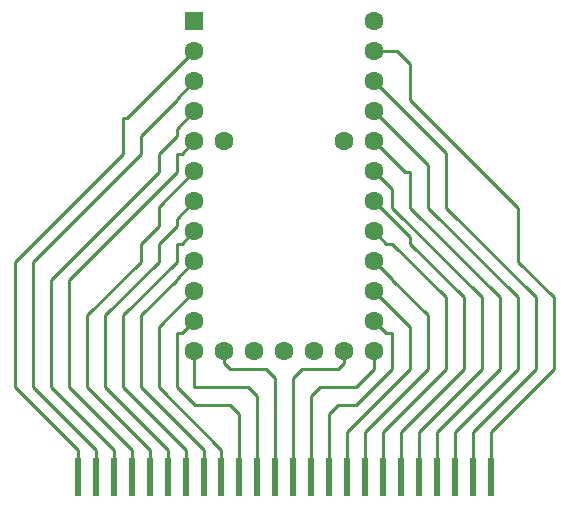
<source format=gbr>
%TF.GenerationSoftware,KiCad,Pcbnew,7.0.8*%
%TF.CreationDate,2023-11-08T21:29:47-08:00*%
%TF.ProjectId,ff,66662e6b-6963-4616-945f-706362585858,rev?*%
%TF.SameCoordinates,Original*%
%TF.FileFunction,Copper,L1,Top*%
%TF.FilePolarity,Positive*%
%FSLAX46Y46*%
G04 Gerber Fmt 4.6, Leading zero omitted, Abs format (unit mm)*
G04 Created by KiCad (PCBNEW 7.0.8) date 2023-11-08 21:29:47*
%MOMM*%
%LPD*%
G01*
G04 APERTURE LIST*
%TA.AperFunction,SMDPad,CuDef*%
%ADD10R,0.500000X3.200000*%
%TD*%
%TA.AperFunction,ComponentPad*%
%ADD11R,1.600000X1.600000*%
%TD*%
%TA.AperFunction,ComponentPad*%
%ADD12C,1.600000*%
%TD*%
%TA.AperFunction,Conductor*%
%ADD13C,0.250000*%
%TD*%
G04 APERTURE END LIST*
D10*
%TO.P,REF\u002A\u002A,1*%
%TO.N,N/C*%
X134520000Y-97280000D03*
%TO.P,REF\u002A\u002A,2*%
X136040000Y-97280000D03*
%TO.P,REF\u002A\u002A,3*%
X137560000Y-97280000D03*
%TO.P,REF\u002A\u002A,4*%
X139080000Y-97280000D03*
%TO.P,REF\u002A\u002A,5*%
X140600000Y-97280000D03*
%TO.P,REF\u002A\u002A,6*%
X142120000Y-97280000D03*
%TO.P,REF\u002A\u002A,7*%
X143640000Y-97280000D03*
%TO.P,REF\u002A\u002A,8*%
X145160000Y-97280000D03*
%TO.P,REF\u002A\u002A,9*%
X146680000Y-97280000D03*
%TO.P,REF\u002A\u002A,10*%
X148200000Y-97280000D03*
%TO.P,REF\u002A\u002A,11*%
X149720000Y-97280000D03*
%TO.P,REF\u002A\u002A,12*%
X151240000Y-97280000D03*
%TO.P,REF\u002A\u002A,13*%
X152760000Y-97280000D03*
%TO.P,REF\u002A\u002A,14*%
X154280000Y-97280000D03*
%TO.P,REF\u002A\u002A,15*%
X155800000Y-97280000D03*
%TO.P,REF\u002A\u002A,16*%
X157320000Y-97280000D03*
%TO.P,REF\u002A\u002A,17*%
X158840000Y-97280000D03*
%TO.P,REF\u002A\u002A,18*%
X160360000Y-97280000D03*
%TO.P,REF\u002A\u002A,19*%
X161880000Y-97280000D03*
%TO.P,REF\u002A\u002A,20*%
X163400000Y-97280000D03*
%TO.P,REF\u002A\u002A,21*%
X164920000Y-97280000D03*
%TO.P,REF\u002A\u002A,22*%
X166440000Y-97280000D03*
%TO.P,REF\u002A\u002A,23*%
X167960000Y-97280000D03*
%TO.P,REF\u002A\u002A,24*%
X169480000Y-97280000D03*
%TD*%
D11*
%TO.P,REF\u002A\u002A,1*%
%TO.N,N/C*%
X144360000Y-58700000D03*
D12*
%TO.P,REF\u002A\u002A,2*%
X144360000Y-61240000D03*
%TO.P,REF\u002A\u002A,3*%
X144360000Y-63780000D03*
%TO.P,REF\u002A\u002A,4*%
X144360000Y-66320000D03*
%TO.P,REF\u002A\u002A,5*%
X144360000Y-68860000D03*
%TO.P,REF\u002A\u002A,6*%
X144360000Y-71400000D03*
%TO.P,REF\u002A\u002A,7*%
X144360000Y-73940000D03*
%TO.P,REF\u002A\u002A,8*%
X144360000Y-76480000D03*
%TO.P,REF\u002A\u002A,9*%
X144360000Y-79020000D03*
%TO.P,REF\u002A\u002A,10*%
X144360000Y-81560000D03*
%TO.P,REF\u002A\u002A,11*%
X144360000Y-84100000D03*
%TO.P,REF\u002A\u002A,12*%
X144360000Y-86640000D03*
%TO.P,REF\u002A\u002A,13*%
X146900000Y-86640000D03*
%TO.P,REF\u002A\u002A,14*%
X149440000Y-86640000D03*
%TO.P,REF\u002A\u002A,15*%
X151980000Y-86640000D03*
%TO.P,REF\u002A\u002A,16*%
X154520000Y-86640000D03*
%TO.P,REF\u002A\u002A,17*%
X157060000Y-86640000D03*
%TO.P,REF\u002A\u002A,18*%
X159600000Y-86640000D03*
%TO.P,REF\u002A\u002A,19*%
X159600000Y-84100000D03*
%TO.P,REF\u002A\u002A,20*%
X159600000Y-81560000D03*
%TO.P,REF\u002A\u002A,21*%
X159600000Y-79020000D03*
%TO.P,REF\u002A\u002A,22*%
X159600000Y-76480000D03*
%TO.P,REF\u002A\u002A,23*%
X159600000Y-73940000D03*
%TO.P,REF\u002A\u002A,24*%
X159600000Y-71400000D03*
%TO.P,REF\u002A\u002A,25*%
X159600000Y-68860000D03*
%TO.P,REF\u002A\u002A,26*%
X159600000Y-66320000D03*
%TO.P,REF\u002A\u002A,27*%
X159600000Y-63780000D03*
%TO.P,REF\u002A\u002A,28*%
X159600000Y-61240000D03*
%TO.P,REF\u002A\u002A,29*%
X159600000Y-58700000D03*
%TO.P,REF\u002A\u002A,30*%
X146900000Y-68860000D03*
%TO.P,REF\u002A\u002A,31*%
X157060000Y-68860000D03*
%TD*%
D13*
%TO.N,*%
X130720000Y-79040000D02*
X139840000Y-69920000D01*
X155800000Y-97280000D02*
X155800000Y-91960000D01*
X171760000Y-88160000D02*
X171760000Y-82080000D01*
X148200000Y-97280000D02*
X148200000Y-91960000D01*
X140600000Y-95000000D02*
X135280000Y-89680000D01*
X132240000Y-80560000D02*
X141360000Y-71440000D01*
X146680000Y-97280000D02*
X146680000Y-95000000D01*
X141360000Y-69920000D02*
X142880000Y-68400000D01*
X140600000Y-97280000D02*
X140600000Y-95000000D01*
X164160000Y-83600000D02*
X161120000Y-80560000D01*
X152760000Y-97280000D02*
X152760000Y-88920000D01*
X173280000Y-88160000D02*
X173280000Y-82080000D01*
X161120000Y-77520000D02*
X160640000Y-77520000D01*
X148200000Y-91960000D02*
X147440000Y-91200000D01*
X129200000Y-89680000D02*
X129200000Y-79040000D01*
X138320000Y-69920000D02*
X138320000Y-66880000D01*
X157060000Y-87660000D02*
X157060000Y-86640000D01*
X164160000Y-88160000D02*
X164160000Y-83600000D01*
X162640000Y-77520000D02*
X162640000Y-76980000D01*
X161880000Y-93480000D02*
X167200000Y-88160000D01*
X136040000Y-97280000D02*
X136040000Y-95000000D01*
X157320000Y-93480000D02*
X162640000Y-88160000D01*
X145160000Y-97280000D02*
X145160000Y-95000000D01*
X166440000Y-93480000D02*
X171760000Y-88160000D01*
X141360000Y-79040000D02*
X141360000Y-77520000D01*
X165680000Y-69860000D02*
X159600000Y-63780000D01*
X149720000Y-90440000D02*
X148960000Y-89680000D01*
X158840000Y-93480000D02*
X164160000Y-88160000D01*
X142880000Y-68400000D02*
X142880000Y-67800000D01*
X162640000Y-65360000D02*
X162640000Y-62320000D01*
X141360000Y-77520000D02*
X142880000Y-76000000D01*
X158840000Y-97280000D02*
X158840000Y-93480000D01*
X142880000Y-65360000D02*
X142880000Y-65260000D01*
X146900000Y-87620000D02*
X146900000Y-86640000D01*
X173280000Y-82080000D02*
X165680000Y-74480000D01*
X134520000Y-95000000D02*
X129200000Y-89680000D01*
X170240000Y-88160000D02*
X170240000Y-82080000D01*
X162640000Y-84600000D02*
X159600000Y-81560000D01*
X148960000Y-89680000D02*
X144400000Y-89680000D01*
X141360000Y-74400000D02*
X144360000Y-71400000D01*
X139840000Y-79040000D02*
X139840000Y-77520000D01*
X165680000Y-82080000D02*
X161120000Y-77520000D01*
X160640000Y-77520000D02*
X159600000Y-76480000D01*
X138320000Y-83600000D02*
X142880000Y-79040000D01*
X137560000Y-95000000D02*
X132240000Y-89680000D01*
X164920000Y-97280000D02*
X164920000Y-93480000D01*
X164160000Y-70880000D02*
X159600000Y-66320000D01*
X147440000Y-88160000D02*
X146900000Y-87620000D01*
X163400000Y-97280000D02*
X163400000Y-93480000D01*
X139840000Y-77520000D02*
X141360000Y-76000000D01*
X162640000Y-88160000D02*
X162640000Y-84600000D01*
X169480000Y-93480000D02*
X174800000Y-88160000D01*
X146680000Y-95000000D02*
X141360000Y-89680000D01*
X133760000Y-89680000D02*
X133760000Y-80560000D01*
X157320000Y-97280000D02*
X157320000Y-93480000D01*
X155800000Y-91960000D02*
X156560000Y-91200000D01*
X139080000Y-95000000D02*
X133760000Y-89680000D01*
X138320000Y-66880000D02*
X138720000Y-66880000D01*
X154280000Y-97280000D02*
X154280000Y-90440000D01*
X167960000Y-93480000D02*
X173280000Y-88160000D01*
X142880000Y-79040000D02*
X142880000Y-77520000D01*
X137560000Y-97280000D02*
X137560000Y-95000000D01*
X142880000Y-69920000D02*
X143300000Y-69920000D01*
X138720000Y-66880000D02*
X144360000Y-61240000D01*
X158080000Y-89680000D02*
X159600000Y-88160000D01*
X154280000Y-90440000D02*
X155040000Y-89680000D01*
X142880000Y-67800000D02*
X144360000Y-66320000D01*
X143320000Y-77520000D02*
X144360000Y-76480000D01*
X132240000Y-89680000D02*
X132240000Y-80560000D01*
X136800000Y-83600000D02*
X141360000Y-79040000D01*
X135280000Y-89680000D02*
X135280000Y-83600000D01*
X165680000Y-88160000D02*
X165680000Y-82080000D01*
X162640000Y-71440000D02*
X162180000Y-71440000D01*
X135280000Y-83600000D02*
X139840000Y-79040000D01*
X139080000Y-97280000D02*
X139080000Y-95000000D01*
X130720000Y-89680000D02*
X130720000Y-79040000D01*
X144400000Y-91200000D02*
X142880000Y-89680000D01*
X168720000Y-88160000D02*
X168720000Y-82080000D01*
X143300000Y-69920000D02*
X144360000Y-68860000D01*
X174800000Y-82080000D02*
X171760000Y-79040000D01*
X142880000Y-71440000D02*
X142880000Y-69920000D01*
X174800000Y-88160000D02*
X174800000Y-82080000D01*
X171760000Y-74480000D02*
X162640000Y-65360000D01*
X159600000Y-88160000D02*
X159600000Y-86640000D01*
X142880000Y-89680000D02*
X142880000Y-85120000D01*
X141360000Y-89680000D02*
X141360000Y-84560000D01*
X166440000Y-97280000D02*
X166440000Y-93480000D01*
X152760000Y-88920000D02*
X153520000Y-88160000D01*
X161880000Y-97280000D02*
X161880000Y-93480000D01*
X133760000Y-80560000D02*
X142880000Y-71440000D01*
X141360000Y-84560000D02*
X144360000Y-81560000D01*
X161120000Y-80540000D02*
X159600000Y-79020000D01*
X142880000Y-77520000D02*
X143320000Y-77520000D01*
X144400000Y-89680000D02*
X144360000Y-89640000D01*
X161120000Y-85120000D02*
X160620000Y-85120000D01*
X141360000Y-76000000D02*
X141360000Y-74400000D01*
X139840000Y-69920000D02*
X139840000Y-68400000D01*
X134520000Y-97280000D02*
X134520000Y-95000000D01*
X167200000Y-82080000D02*
X162640000Y-77520000D01*
X162640000Y-74480000D02*
X162640000Y-71440000D01*
X164160000Y-74480000D02*
X164160000Y-70880000D01*
X142880000Y-75420000D02*
X144360000Y-73940000D01*
X170240000Y-82080000D02*
X162640000Y-74480000D01*
X151240000Y-97280000D02*
X151240000Y-88920000D01*
X143640000Y-97280000D02*
X143640000Y-95000000D01*
X156560000Y-88160000D02*
X157060000Y-87660000D01*
X145160000Y-95000000D02*
X139840000Y-89680000D01*
X153520000Y-88160000D02*
X156560000Y-88160000D01*
X165680000Y-74480000D02*
X165680000Y-69860000D01*
X142880000Y-80560000D02*
X142880000Y-80500000D01*
X168720000Y-82080000D02*
X161120000Y-74480000D01*
X129200000Y-79040000D02*
X138320000Y-69920000D01*
X147440000Y-91200000D02*
X144400000Y-91200000D01*
X164920000Y-93480000D02*
X170240000Y-88160000D01*
X149720000Y-97280000D02*
X149720000Y-90440000D01*
X158080000Y-91200000D02*
X161120000Y-88160000D01*
X139840000Y-83600000D02*
X142880000Y-80560000D01*
X142880000Y-76000000D02*
X142880000Y-75420000D01*
X161120000Y-88160000D02*
X161120000Y-85120000D01*
X171760000Y-79040000D02*
X171760000Y-74480000D01*
X161120000Y-72920000D02*
X159600000Y-71400000D01*
X143340000Y-85120000D02*
X144360000Y-84100000D01*
X171760000Y-82080000D02*
X164160000Y-74480000D01*
X163400000Y-93480000D02*
X168720000Y-88160000D01*
X160360000Y-93480000D02*
X165680000Y-88160000D01*
X156560000Y-91200000D02*
X158080000Y-91200000D01*
X142880000Y-80500000D02*
X144360000Y-79020000D01*
X161120000Y-74480000D02*
X161120000Y-72920000D01*
X169480000Y-97280000D02*
X169480000Y-93480000D01*
X142120000Y-95000000D02*
X136800000Y-89680000D01*
X139840000Y-68400000D02*
X142880000Y-65360000D01*
X138320000Y-89680000D02*
X138320000Y-83600000D01*
X162180000Y-71440000D02*
X159600000Y-68860000D01*
X162640000Y-62320000D02*
X161560000Y-61240000D01*
X161560000Y-61240000D02*
X159600000Y-61240000D01*
X167200000Y-88160000D02*
X167200000Y-82080000D01*
X141360000Y-71440000D02*
X141360000Y-69920000D01*
X162640000Y-76980000D02*
X159600000Y-73940000D01*
X142120000Y-97280000D02*
X142120000Y-95000000D01*
X136800000Y-89680000D02*
X136800000Y-83600000D01*
X161120000Y-80560000D02*
X161120000Y-80540000D01*
X144360000Y-89640000D02*
X144360000Y-86640000D01*
X142880000Y-85120000D02*
X143340000Y-85120000D01*
X160360000Y-97280000D02*
X160360000Y-93480000D01*
X139840000Y-89680000D02*
X139840000Y-83600000D01*
X167960000Y-97280000D02*
X167960000Y-93480000D01*
X143640000Y-95000000D02*
X138320000Y-89680000D01*
X155040000Y-89680000D02*
X158080000Y-89680000D01*
X160620000Y-85120000D02*
X159600000Y-84100000D01*
X150480000Y-88160000D02*
X147440000Y-88160000D01*
X136040000Y-95000000D02*
X130720000Y-89680000D01*
X142880000Y-65260000D02*
X144360000Y-63780000D01*
X151240000Y-88920000D02*
X150480000Y-88160000D01*
%TD*%
M02*

</source>
